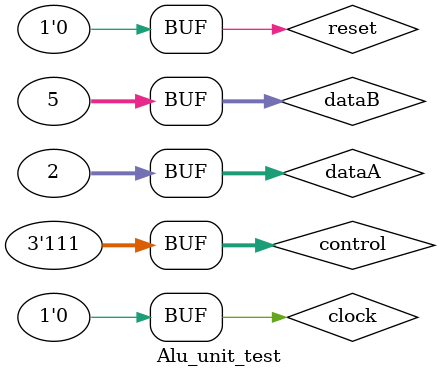
<source format=v>
`timescale 1ns / 1ps


module Alu_unit_test;

	// Inputs
	reg clock;
	reg reset;
	reg [2:0] control;
	reg [31:0] dataA;
	reg [31:0] dataB;

	// Outputs
	wire [31:0] dataC;

	// Instantiate the Unit Under Test (UUT)
	Alu_unit uut (
		.clock(clock), 
		.reset(reset), 
		.control(control), 
		.dataA(dataA), 
		.dataB(dataB), 
		.dataC(dataC)
	);

	initial begin
		// Initialize Inputs
		clock = 0;
		reset = 0;
		control = 0;
		dataA = 0;
		dataB = 0;

		// Wait 100 ns for global reset to finish
		#100;
        
		// Add stimulus here

		dataA=2;
		dataB=5;
		control = 3'b000;

		// Wait 100 ns for global reset to finish
		#100;
		
		dataA=2;
		dataB=5;
		control = 3'b001;

		// Wait 100 ns for global reset to finish
		#100;
		
		
		dataA=2;
		dataB=5;
		control = 3'b010;

		// Wait 100 ns for global reset to finish
		#100;
		
		
		dataA=2;
		dataB=5;
		control = 3'b110;

		// Wait 100 ns for global reset to finish
		#100;
		
		
		dataA=2;
		dataB=5;
		control = 3'b111;

		// Wait 100 ns for global reset to finish
		#100;
	end
      
endmodule


</source>
